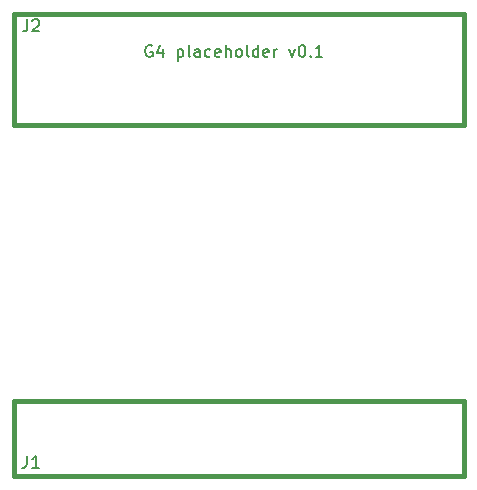
<source format=gbr>
%TF.GenerationSoftware,KiCad,Pcbnew,5.1.6*%
%TF.CreationDate,2020-09-08T10:01:19-04:00*%
%TF.ProjectId,placeholder,706c6163-6568-46f6-9c64-65722e6b6963,rev?*%
%TF.SameCoordinates,Original*%
%TF.FileFunction,Legend,Top*%
%TF.FilePolarity,Positive*%
%FSLAX46Y46*%
G04 Gerber Fmt 4.6, Leading zero omitted, Abs format (unit mm)*
G04 Created by KiCad (PCBNEW 5.1.6) date 2020-09-08 10:01:19*
%MOMM*%
%LPD*%
G01*
G04 APERTURE LIST*
%ADD10C,0.150000*%
%ADD11C,0.381000*%
%ADD12C,0.203200*%
G04 APERTURE END LIST*
D10*
X62661428Y-53340000D02*
X62566190Y-53292380D01*
X62423333Y-53292380D01*
X62280476Y-53340000D01*
X62185238Y-53435238D01*
X62137619Y-53530476D01*
X62090000Y-53720952D01*
X62090000Y-53863809D01*
X62137619Y-54054285D01*
X62185238Y-54149523D01*
X62280476Y-54244761D01*
X62423333Y-54292380D01*
X62518571Y-54292380D01*
X62661428Y-54244761D01*
X62709047Y-54197142D01*
X62709047Y-53863809D01*
X62518571Y-53863809D01*
X63566190Y-53625714D02*
X63566190Y-54292380D01*
X63328095Y-53244761D02*
X63090000Y-53959047D01*
X63709047Y-53959047D01*
X64851904Y-53625714D02*
X64851904Y-54625714D01*
X64851904Y-53673333D02*
X64947142Y-53625714D01*
X65137619Y-53625714D01*
X65232857Y-53673333D01*
X65280476Y-53720952D01*
X65328095Y-53816190D01*
X65328095Y-54101904D01*
X65280476Y-54197142D01*
X65232857Y-54244761D01*
X65137619Y-54292380D01*
X64947142Y-54292380D01*
X64851904Y-54244761D01*
X65899523Y-54292380D02*
X65804285Y-54244761D01*
X65756666Y-54149523D01*
X65756666Y-53292380D01*
X66709047Y-54292380D02*
X66709047Y-53768571D01*
X66661428Y-53673333D01*
X66566190Y-53625714D01*
X66375714Y-53625714D01*
X66280476Y-53673333D01*
X66709047Y-54244761D02*
X66613809Y-54292380D01*
X66375714Y-54292380D01*
X66280476Y-54244761D01*
X66232857Y-54149523D01*
X66232857Y-54054285D01*
X66280476Y-53959047D01*
X66375714Y-53911428D01*
X66613809Y-53911428D01*
X66709047Y-53863809D01*
X67613809Y-54244761D02*
X67518571Y-54292380D01*
X67328095Y-54292380D01*
X67232857Y-54244761D01*
X67185238Y-54197142D01*
X67137619Y-54101904D01*
X67137619Y-53816190D01*
X67185238Y-53720952D01*
X67232857Y-53673333D01*
X67328095Y-53625714D01*
X67518571Y-53625714D01*
X67613809Y-53673333D01*
X68423333Y-54244761D02*
X68328095Y-54292380D01*
X68137619Y-54292380D01*
X68042380Y-54244761D01*
X67994761Y-54149523D01*
X67994761Y-53768571D01*
X68042380Y-53673333D01*
X68137619Y-53625714D01*
X68328095Y-53625714D01*
X68423333Y-53673333D01*
X68470952Y-53768571D01*
X68470952Y-53863809D01*
X67994761Y-53959047D01*
X68899523Y-54292380D02*
X68899523Y-53292380D01*
X69328095Y-54292380D02*
X69328095Y-53768571D01*
X69280476Y-53673333D01*
X69185238Y-53625714D01*
X69042380Y-53625714D01*
X68947142Y-53673333D01*
X68899523Y-53720952D01*
X69947142Y-54292380D02*
X69851904Y-54244761D01*
X69804285Y-54197142D01*
X69756666Y-54101904D01*
X69756666Y-53816190D01*
X69804285Y-53720952D01*
X69851904Y-53673333D01*
X69947142Y-53625714D01*
X70090000Y-53625714D01*
X70185238Y-53673333D01*
X70232857Y-53720952D01*
X70280476Y-53816190D01*
X70280476Y-54101904D01*
X70232857Y-54197142D01*
X70185238Y-54244761D01*
X70090000Y-54292380D01*
X69947142Y-54292380D01*
X70851904Y-54292380D02*
X70756666Y-54244761D01*
X70709047Y-54149523D01*
X70709047Y-53292380D01*
X71661428Y-54292380D02*
X71661428Y-53292380D01*
X71661428Y-54244761D02*
X71566190Y-54292380D01*
X71375714Y-54292380D01*
X71280476Y-54244761D01*
X71232857Y-54197142D01*
X71185238Y-54101904D01*
X71185238Y-53816190D01*
X71232857Y-53720952D01*
X71280476Y-53673333D01*
X71375714Y-53625714D01*
X71566190Y-53625714D01*
X71661428Y-53673333D01*
X72518571Y-54244761D02*
X72423333Y-54292380D01*
X72232857Y-54292380D01*
X72137619Y-54244761D01*
X72090000Y-54149523D01*
X72090000Y-53768571D01*
X72137619Y-53673333D01*
X72232857Y-53625714D01*
X72423333Y-53625714D01*
X72518571Y-53673333D01*
X72566190Y-53768571D01*
X72566190Y-53863809D01*
X72090000Y-53959047D01*
X72994761Y-54292380D02*
X72994761Y-53625714D01*
X72994761Y-53816190D02*
X73042380Y-53720952D01*
X73090000Y-53673333D01*
X73185238Y-53625714D01*
X73280476Y-53625714D01*
X74280476Y-53625714D02*
X74518571Y-54292380D01*
X74756666Y-53625714D01*
X75328095Y-53292380D02*
X75423333Y-53292380D01*
X75518571Y-53340000D01*
X75566190Y-53387619D01*
X75613809Y-53482857D01*
X75661428Y-53673333D01*
X75661428Y-53911428D01*
X75613809Y-54101904D01*
X75566190Y-54197142D01*
X75518571Y-54244761D01*
X75423333Y-54292380D01*
X75328095Y-54292380D01*
X75232857Y-54244761D01*
X75185238Y-54197142D01*
X75137619Y-54101904D01*
X75090000Y-53911428D01*
X75090000Y-53673333D01*
X75137619Y-53482857D01*
X75185238Y-53387619D01*
X75232857Y-53340000D01*
X75328095Y-53292380D01*
X76090000Y-54197142D02*
X76137619Y-54244761D01*
X76090000Y-54292380D01*
X76042380Y-54244761D01*
X76090000Y-54197142D01*
X76090000Y-54292380D01*
X77090000Y-54292380D02*
X76518571Y-54292380D01*
X76804285Y-54292380D02*
X76804285Y-53292380D01*
X76709047Y-53435238D01*
X76613809Y-53530476D01*
X76518571Y-53578095D01*
D11*
%TO.C,J2*%
X85240000Y-50622000D02*
X89050000Y-50622000D01*
X89050000Y-50622000D02*
X89050000Y-51384000D01*
X54760000Y-50622000D02*
X50950000Y-50622000D01*
X50950000Y-50622000D02*
X50950000Y-51130000D01*
X54760000Y-60020000D02*
X50950000Y-60020000D01*
X50950000Y-60020000D02*
X50950000Y-51130000D01*
X85240000Y-60020000D02*
X89050000Y-60020000D01*
X89050000Y-60020000D02*
X89050000Y-51130000D01*
X85240000Y-60020000D02*
X54760000Y-60020000D01*
X54760000Y-50622000D02*
X85240000Y-50622000D01*
%TO.C,J1*%
X89050000Y-89780000D02*
X89050000Y-83430000D01*
X85367000Y-89780000D02*
X89050000Y-89780000D01*
X85367000Y-83430000D02*
X88923000Y-83430000D01*
X88923000Y-83430000D02*
X89050000Y-83430000D01*
X54760000Y-83430000D02*
X50950000Y-83430000D01*
X50950000Y-83430000D02*
X50950000Y-89780000D01*
X50950000Y-89780000D02*
X56030000Y-89780000D01*
X54760000Y-83430000D02*
X85240000Y-83430000D01*
X54760000Y-89780000D02*
X85240000Y-89780000D01*
%TO.C,J2*%
D12*
X52112333Y-51123019D02*
X52112333Y-51848733D01*
X52063952Y-51993876D01*
X51967190Y-52090638D01*
X51822047Y-52139019D01*
X51725285Y-52139019D01*
X52547761Y-51219780D02*
X52596142Y-51171400D01*
X52692904Y-51123019D01*
X52934809Y-51123019D01*
X53031571Y-51171400D01*
X53079952Y-51219780D01*
X53128333Y-51316542D01*
X53128333Y-51413304D01*
X53079952Y-51558447D01*
X52499380Y-52139019D01*
X53128333Y-52139019D01*
%TO.C,J1*%
X52086933Y-88054719D02*
X52086933Y-88780433D01*
X52038552Y-88925576D01*
X51941790Y-89022338D01*
X51796647Y-89070719D01*
X51699885Y-89070719D01*
X53102933Y-89070719D02*
X52522361Y-89070719D01*
X52812647Y-89070719D02*
X52812647Y-88054719D01*
X52715885Y-88199861D01*
X52619123Y-88296623D01*
X52522361Y-88345004D01*
%TD*%
M02*

</source>
